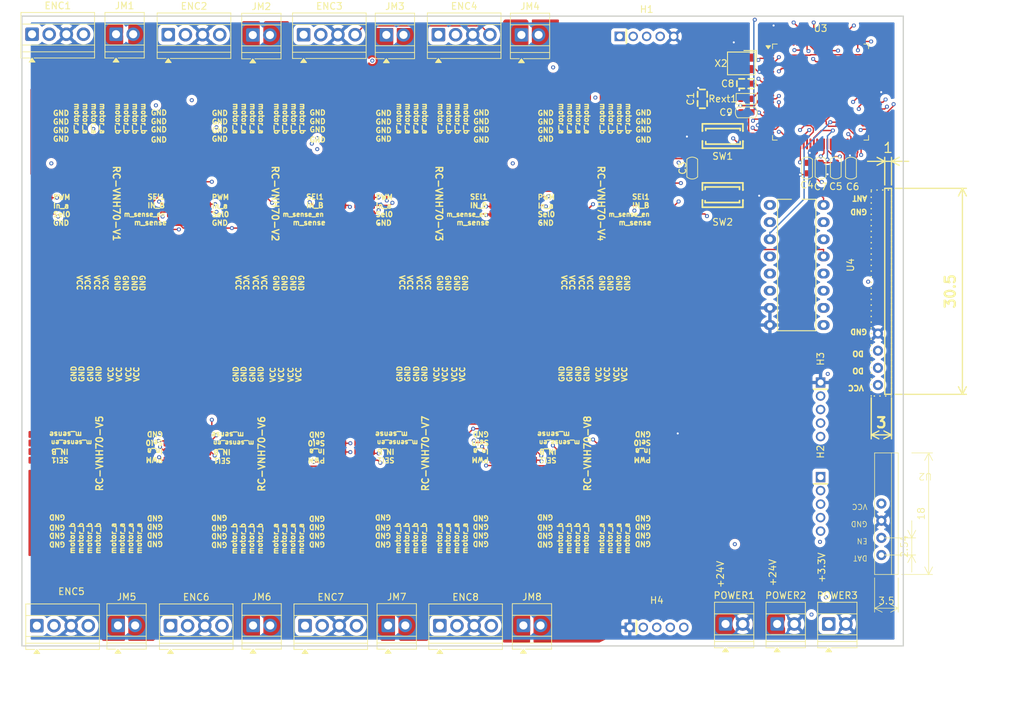
<source format=kicad_pcb>
(kicad_pcb (version 20241229) (generator "pcbnew") (generator_version "9.0")
  (layers (0 "F.Cu" signal) (4 "In1.Cu" signal) (6 "In2.Cu" signal) (2 "B.Cu" signal) (13 "F.Paste" user) (15 "B.Paste" user) (5 "F.SilkS" user "F.Silkscreen") (7 "B.SilkS" user "B.Silkscreen") (1 "F.Mask" user) (3 "B.Mask" user) (25 "Edge.Cuts" user))
  (net 0 "")
  (net 1 "GND")
  (net 2 "Net-(C1-Pad1)")
  (net 3 "/BOOT0")
  (net 4 "+3.3V")
  (net 5 "/VREF+")
  (net 6 "/VDD")
  (net 7 "/OSC_IN")
  (net 8 "/NRST")
  (net 9 "/OSC_OUT")
  (net 10 "/RF_DIN_0")
  (net 11 "/RF_DIN_1")
  (net 12 "/RF_EN")
  (net 13 "/RF_DOUT_0")
  (net 14 "/TIM20_CH3")
  (net 15 "/USART3_CK")
  (net 16 "/PC11")
  (net 17 "/CS{slash}SS_1")
  (net 18 "/USART3_TX")
  (net 19 "/TIM1_CH2")
  (net 20 "/PA7")
  (net 21 "/MOTOR8_ENCA")
  (net 22 "/MOTOR1_ENCB")
  (net 23 "/MOTOR7_INA")
  (net 24 "/SWCLK-JTCK")
  (net 25 "/MOTOR3_ENCA")
  (net 26 "/VBAT")
  (net 27 "/SPI1_MOSI")
  (net 28 "/MOTOR8_INB")
  (net 29 "/MOTOR5_ENCA")
  (net 30 "/TIM20_CH1")
  (net 31 "/MOTOR2_INA")
  (net 32 "/USART3_RX")
  (net 33 "/TIM8_CH3")
  (net 34 "/PC10")
  (net 35 "/MOTOR4_INA")
  (net 36 "/MOTOR4_ENCA")
  (net 37 "/MOTOR4_ENCB")
  (net 38 "/B1")
  (net 39 "/PC14")
  (net 40 "/MOTOR3_INB")
  (net 41 "/PC13")
  (net 42 "/TIM1_CH1")
  (net 43 "/MOTOR2_ENCA")
  (net 44 "/MOTOR5_INB")
  (net 45 "/PA12")
  (net 46 "/TIM1_CH3")
  (net 47 "/MOTOR2_INB")
  (net 48 "/MOTOR5_INA")
  (net 49 "/PA8")
  (net 50 "/TIM20_CH2")
  (net 51 "/MOTOR5_ENCB")
  (net 52 "/MOTOR1_INB")
  (net 53 "/MOTOR7_ENCA")
  (net 55 "/SPI1_MISO")
  (net 56 "/PA5")
  (net 57 "/PF10")
  (net 58 "/PB8")
  (net 59 "/MOTOR4_INB")
  (net 60 "/SWDIO-JTMS")
  (net 61 "/TIM8_CH1")
  (net 62 "/MOTOR3_INA")
  (net 63 "/PE15")
  (net 64 "/MOTOR6_ENCB")
  (net 65 "/MOTOR1_INA")
  (net 66 "/MOTOR6_INA")
  (net 67 "/PB15")
  (net 68 "/PB9")
  (net 69 "/MOTOR7_INB")
  (net 70 "/MOTOR1_ENCA")
  (net 71 "/TIM8_CH4")
  (net 72 "/MOTOR2_ENCB")
  (net 73 "/MOTOR6_INB")
  (net 74 "/MOTOR6_ENCA")
  (net 75 "/MOTOR7_ENCB")
  (net 76 "/MOTOR8_INA")
  (net 77 "/PE0")
  (net 78 "/TIM20_CH4")
  (net 79 "/MUX_S0")
  (net 80 "/A1")
  (net 81 "/MOTOR3_ENCB")
  (net 82 "/PC15")
  (net 83 "/MOTOR8_ENCB")
  (net 84 "/TIM8_CH2")
  (net 85 "/SPI1_SCK")
  (net 86 "/PE7")
  (net 87 "/~{Mux_EN}")
  (net 88 "/CS{slash}SS_0")
  (net 89 "/TIM1_CH4")
  (net 90 "/A2")
  (net 91 "/PE6")
  (net 92 "/MUX_S2")
  (net 93 "/MultiSense")
  (net 94 "/MUX_S1")
  (net 95 "/SenseM5")
  (net 96 "/SenseM8")
  (net 97 "/SenseM2")
  (net 98 "/SenseM7")
  (net 99 "/SenseM1")
  (net 100 "/SenseM3")
  (net 101 "/SenseM4")
  (net 102 "/SenseM6")
  (net 103 "/B2")
  (net 104 "/A3")
  (net 105 "/B3")
  (net 106 "/A4")
  (net 107 "/B4")
  (net 108 "/A5")
  (net 109 "/B5")
  (net 110 "/A6")
  (net 111 "/B6")
  (net 112 "/A7")
  (net 113 "/B7")
  (net 114 "/A8")
  (net 115 "/B8")
  (net 116 "+24V")
  (net 117 "/G_SEL_1")
  (net 118 "/G_EN")
  (net 119 "/G_SEL_0")
  (footprint "TerminalBlock:TerminalBlock_Xinya_XY308-2.54-4P_1x04_P2.54mm_Horizontal" (layer "F.Cu") (at 128.67 139)
    (property "Reference" "ENC7")
    (property "Value" "Screw_Terminal_01x04")
  )
  (footprint "PCM_rf_433MHz_receiver_print:rf_433mhz_receiver" (layer "F.Cu") (at 234 82.25 180)
    (property "Reference" "U1" (hide yes))
    (property "Value" "~" (hide yes))
  )
  (footprint "PCM_Capacitor_SMD_AKL:C_0603_1608Metric" (layer "F.Cu") (at 205 71.25 -90)
    (property "Reference" "C7")
    (property "Value" "1uF" (hide yes))
  )
  (footprint "PCM_Motor_Driver:RC-VNH70-V1" (layer "F.Cu") (at 137 59.5 -90)
    (property "Reference" "RC-VNH70-V3")
    (property "Value" "~")
  )
  (footprint "TerminalBlock:TerminalBlock_Xinya_XY308-2.54-2P_1x02_P2.54mm_Horizontal" (layer "F.Cu") (at 206.21 138.75)
    (property "Reference" "POWER3")
    (property "Value" "Screw_Terminal_01x02")
  )
  (footprint "TerminalBlock:TerminalBlock_Xinya_XY308-2.54-2P_1x02_P2.54mm_Horizontal" (layer "F.Cu") (at 160.71 51.5325)
    (property "Reference" "JM4")
    (property "Value" "Screw_Terminal_01x02")
  )
  (footprint "TerminalBlock:TerminalBlock_Xinya_XY308-2.54-2P_1x02_P2.54mm_Horizontal" (layer "F.Cu") (at 100.975 138.9675)
    (property "Reference" "JM5")
    (property "Value" "Screw_Terminal_01x02")
  )
  (footprint "PCM_Resistor_SMD_AKL:R_0603_1608Metric" (layer "F.Cu") (at 194 61)
    (property "Reference" "Rext1")
    (property "Value" "R_0603" (hide yes))
  )
  (footprint "PCM_Capacitor_SMD_AKL:C_0603_1608Metric" (layer "F.Cu") (at 207.25 71.225 -90)
    (property "Reference" "C5")
    (property "Value" "100nF" (hide yes))
  )
  (footprint "PCM_Motor_Driver:RC-VNH70-V1" (layer "F.Cu") (at 133.75 130.562 90)
    (property "Reference" "RC-VNH70-V6")
    (property "Value" "~")
  )
  (footprint "TerminalBlock:TerminalBlock_Xinya_XY308-2.54-2P_1x02_P2.54mm_Horizontal" (layer "F.Cu") (at 120.935 51.55)
    (property "Reference" "JM2")
    (property "Value" "Screw_Terminal_01x02")
  )
  (footprint "PCM_Motor_Driver:RC-VNH70-V1" (layer "F.Cu") (at 158 130.5 90)
    (property "Reference" "RC-VNH70-V7")
    (property "Value" "~")
  )
  (footprint "TerminalBlock:TerminalBlock_Xinya_XY308-2.54-4P_1x04_P2.54mm_Horizontal" (layer "F.Cu") (at 88.96 139)
    (property "Reference" "ENC5")
    (property "Value" "Screw_Terminal_01x04")
  )
  (footprint "TerminalBlock:TerminalBlock_Xinya_XY308-2.54-4P_1x04_P2.54mm_Horizontal" (layer "F.Cu") (at 148.63 139)
    (property "Reference" "ENC8")
    (property "Value" "Screw_Terminal_01x04")
  )
  (footprint "PCM_Motor_Driver:RC-VNH70-V1" (layer "F.Cu") (at 161 59.5 -90)
    (property "Reference" "RC-VNH70-V4")
    (property "Value" "~")
  )
  (footprint "TerminalBlock:TerminalBlock_Xinya_XY308-2.54-2P_1x02_P2.54mm_Horizontal" (layer "F.Cu") (at 120.975 138.9675)
    (property "Reference" "JM6")
    (property "Value" "Screw_Terminal_01x02")
  )
  (footprint "EasyEDA:HDR-TH_5P-P2.00-V-M" (layer "F.Cu") (at 179.25 51.75)
    (property "Reference" "H1")
    (property "Value" "SWD")
  )
  (footprint "TerminalBlock:TerminalBlock_Xinya_XY308-2.54-4P_1x04_P2.54mm_Horizontal" (layer "F.Cu") (at 128.46 51.5)
    (property "Reference" "ENC3")
    (property "Value" "Screw_Terminal_01x04")
  )
  (footprint "PCM_Capacitor_SMD_AKL:C_0603_1608Metric" (layer "F.Cu") (at 194 63 180)
    (property "Reference" "C9")
    (property "Value" "0.1uF" (hide yes))
  )
  (footprint "TerminalBlock:TerminalBlock_Xinya_XY308-2.54-2P_1x02_P2.54mm_Horizontal" (layer "F.Cu") (at 190.93 138.75)
    (property "Reference" "POWER1")
    (property "Value" "Screw_Terminal_01x02")
  )
  (footprint "PCM_Capacitor_SMD_AKL:C_0603_1608Metric" (layer "F.Cu") (at 203 71.25 -90)
    (property "Reference" "C4")
    (property "Value" "10nF" (hide yes))
  )
  (footprint "EasyEDA:CRYSTAL-SMD_4P-L3.2-W2.5-BL" (layer "F.Cu") (at 193.25 55.75 180)
    (property "Reference" "X2")
    (property "Value" "X32258MOB4SI")
  )
  (footprint "TerminalBlock:TerminalBlock_Xinya_XY308-2.54-4P_1x04_P2.54mm_Horizontal" (layer "F.Cu") (at 108.75 139)
    (property "Reference" "ENC6")
    (property "Value" "Screw_Terminal_01x04")
  )
  (footprint "PCM_rf_433MHz_receiver_print:RF_433MHz_transmisor" (layer "F.Cu") (at 224.75 112.92 180)
    (property "Reference" "U2")
    (property "Value" "~")
  )
  (footprint "TerminalBlock:TerminalBlock_Xinya_XY308-2.54-4P_1x04_P2.54mm_Horizontal" (layer "F.Cu") (at 148.42 51.5)
    (property "Reference" "ENC4")
    (property "Value" "Screw_Terminal_01x04")
  )
  (footprint "PCM_Motor_Driver:RC-VNH70-V1" (layer "F.Cu") (at 109.75 130.5 90)
    (property "Reference" "RC-VNH70-V5")
    (property "Value" "~")
  )
  (footprint "PCM_Capacitor_SMD_AKL:C_0603_1608Metric" (layer "F.Cu") (at 209.5 71.25 -90)
    (property "Reference" "C6")
    (property "Value" "C_0603" (hide yes))
  )
  (footprint "PCM_Motor_Driver:RC-VNH70-V1" (layer "F.Cu") (at 112.75 59.5 -90)
    (property "Reference" "RC-VNH70-V2")
    (property "Value" "~")
  )
  (footprint "EasyEDA:C0603" (layer "F.Cu") (at 194 58.75 180)
    (property "Reference" "C8")
    (property "Value" "12pF")
  )
  (footprint "TerminalBlock:TerminalBlock_Xinya_XY308-2.54-2P_1x02_P2.54mm_Horizontal" (layer "F.Cu") (at 198.57 138.75)
    (property "Reference" "POWER2")
    (property "Value" "Screw_Terminal_01x02")
  )
  (footprint "TerminalBlock:TerminalBlock_Xinya_XY308-2.54-4P_1x04_P2.54mm_Horizontal" (layer "F.Cu") (at 88.25 51.4325)
    (property "Reference" "ENC1")
    (property "Value" "Screw_Terminal_01x04")
  )
  (footprint "PCM_Motor_Driver:RC-VNH70-V1" (layer "F.Cu") (at 89.25 59.5 -90)
    (property "Reference" "RC-VNH70-V1")
    (property "Value" "~")
  )
  (footprint "EasyEDA:PDIP-16_L19.3-W6.4-P2.54-LS7.94-BL" (layer "F.Cu") (at 201.47 85.6 -90)
    (property "Reference" "U4")
    (property "Value" "74HC4051")
  )
  (footprint "TerminalBlock:TerminalBlock_Xinya_XY308-2.54-2P_1x02_P2.54mm_Horizontal" (layer "F.Cu") (at 100.685 51.4325)
    (property "Reference" "JM1")
    (property "Value" "Screw_Terminal_01x02")
  )
  (footprint "EasyEDA:SW-SMD_HX-3X6X2.5-X" (layer "F.Cu") (at 190.5 66.5)
    (property "Reference" "SW1")
    (property "Value" "HX-3X6X2.5-X SMD TACT SWITCH")
  )
  (footprint "EasyEDA:SW-SMD_HX-3X6X2.5-X" (layer "F.Cu") (at 190.5 75.25 180)
    (property "Reference" "SW2")
    (property "Value" "HX-3X6X2.5-X SMD TACT SWITCH")
  )
  (footprint "EasyEDA:C0603" (layer "F.Cu") (at 187.5 61 90)
    (property "Reference" "C1")
    (property "Value" "12pF")
  )
  (footprint "TerminalBlock:TerminalBlock_Xinya_XY308-2.54-2P_1x02_P2.54mm_Horizontal" (layer "F.Cu") (at 140.71 51.5325)
    (property "Reference" "JM3")
    (property "Value" "Screw_Terminal_01x02")
  )
  (footprint "TerminalBlock:TerminalBlock_Xinya_XY308-2.54-2P_1x02_P2.54mm_Horizontal" (layer "F.Cu") (at 161 138.9675)
    (property "Reference" "JM8")
    (property "Value" "Screw_Terminal_01x02")
  )
  (footprint "EasyEDA:HDR-TH_5P-P2.00-V-M" (layer "F.Cu") (at 205 107 -90)
    (property "Reference" "H3")
    (property "Value" "SPI")
  )
  (footprint "EasyEDA:HDR-TH_5P-P2.00-V-M" (layer "F.Cu") (at 205 121 -90)
    (property "Reference" "H2")
    (property "Value" "SPI")
  )
  (footprint "PCM_Motor_Driver:RC-VNH70-V1" (layer "F.Cu") (at 182 130.5 90)
    (property "Reference" "RC-VNH70-V8")
    (property "Value" "~")
  )
  (footprint "TerminalBlock:TerminalBlock_Xinya_XY308-2.54-2P_1x02_P2.54mm_Horizontal" (layer "F.Cu") (at 140.975 138.9675)
    (property "Reference" "JM7")
    (property "Value" "Screw_Terminal_01x02")
  )
  (footprint "TerminalBlock:TerminalBlock_Xinya_XY308-2.54-4P_1x04_P2.54mm_Horizontal" (layer "F.Cu") (at 108.42 51.5)
    (property "Reference" "ENC2")
    (property "Value" "Screw_Terminal_01x04")
  )
  (footprint "Package_QFP:LQFP-100_14x14mm_P0.5mm" (layer "F.Cu") (at 205 60)
    (property "Reference" "U3")
    (property "Value" "STM32G474VETx")
  )
  (footprint "EasyEDA:HDR-TH_5P-P2.00-V-M" (layer "F.Cu") (at 180.75 139.25)
    (property "Reference" "H4")
    (property "Value" "USART1")
  )
  (footprint "PCM_Capacitor_SMD_AKL:C_0603_1608Metric" (layer "F.Cu") (at 186 71.25 90)
    (property "Reference" "C3")
    (property "Value" "0.1uF" (hide yes))
  )
  (gr_rect (start 86.75 48.75) (end 217.25 142) (stroke (width 0.2)) (fill no) (layer "Edge.Cuts"))
  (gr_text "+24V" (at 198.5 133.25 90) (layer "F.SilkS") (effects (font (size 1 1)) (justify left bottom)))
  (gr_text "+3.3V" (at 205.75 132.75 90) (layer "F.SilkS") (effects (font (size 1 1)) (justify left bottom)))
  (gr_text "+24V" (at 190.75 133.5 90) (layer "F.SilkS") (effects (font (size 1 1)) (justify left bottom)))
  (segment (start 154.3128 111.0377) (end 155.4655 111.0377) (width 0.2) (layer "F.Cu") (net 1))
  (segment (start 195.908 75.3416) (end 195.8164 75.25) (width 0.2) (layer "F.Cu") (net 1))
  (segment (start 161.5006 79.3114) (end 161.5 79.312) (width 0.2) (layer "F.Cu") (net 1))
  (segment (start 195.908 75.3416) (end 195.8164 75.25) (width 0.2) (layer "F.Cu") (net 1))
  (segment (start 209.3464 69.3804) (end 210 68.7268) (width 0.2) (layer "F.Cu") (net 1))
  (segment (start 183.8506 110.5413) (end 181.6467 110.5413) (width 0.2) (layer "F.Cu") (net 1))
  (segment (start 207.275 72.025) (end 209.5 72.025) (width 0.2) (layer "F.Cu") (net 1))
  (segment (start 194.38 75.25) (end 195.5567 75.25) (width 0.2) (layer "F.Cu") (net 1))
  (segment (start 207.0731 72.1769) (end 207.25 72) (width 0.2) (layer "F.Cu") (net 1))
  (segment (start 157.1503 111.0377) (end 157.5 110.688) (width 0.2) (layer "F.Cu") (net 1))
  (segment (start 181.6467 110.5413) (end 181.5 110.688) (width 0.2) (layer "F.Cu") (net 1))
  (segment (start 195.7121 64.9071) (end 195.805 65) (width 0.2) (layer "F.Cu") (net 1))
  (segment (start 203.4027 68.9954) (end 203.5 68.9954) (width 0.2) (layer "F.Cu") (net 1))
  (segment (start 199.5 51.4291) (end 199.5 52.325) (width 0.2) (layer "F.Cu") (net 1))
  (segment (start 139.5718 79.4568) (end 137.6448 79.4568) (width 0.2) (layer "F.Cu") (net 1))
  (segment (start 207.25 72) (end 207.275 72.025) (width 0.2) (layer "F.Cu") (net 1))
  (segment (start 183.5407 110.5413) (end 183.8506 110.5413) (width 0.2) (layer "F.Cu") (net 1))
  (segment (start 198.0438 50.1407) (end 198.2116 50.1407) (width 0.2) (layer "F.Cu") (net 1))
  (segment (start 186.62 66.5) (end 185.4433 66.5) (width 0.2) (layer "F.Cu") (net 1))
  (segment (start 201.9586 72.2133) (end 202.8117 72.2133) (width 0.2) (layer "F.Cu") (net 1))
  (segment (start 202.8117 72.2133) (end 203 72.025) (width 0.2) (layer "F.Cu") (net 1))
  (segment (start 195.8164 75.25) (end 195.5567 75.25) (width 0.2) (layer "F.Cu") (net 1))
  (segment (start 130.638 110.75) (end 133.25 110.75) (width 0.2) (layer "F.Cu") (net 1))
  (segment (start 203.5 68.9954) (end 203.4027 68.9954) (width 0.2) (layer "F.Cu") (net 1))
  (segment (start 205.1519 72.1769) (end 206.0353 72.1769) (width 0.2) (layer "F.Cu") (net 1))
  (segment (start 198.2116 50.1407) (end 199.5 51.4291) (width 0.2) (layer "F.Cu") (net 1))
  (segment (start 183.8506 110.5413) (end 183.5407 110.5413) (width 0.2) (layer "F.Cu") (net 1))
  (segment (start 182.6539 69.8431) (end 182.6125 69.8845) (width 0.2) (layer "F.Cu") (net 1))
  (segment (start 187.5 60.3) (end 187.5 59.5983) (width 0.2) (layer "F.Cu") (net 1))
  (segment (start 195.8164 75.25) (end 195.908 75.3416) (width 0.2) (layer "F.Cu") (net 1))
  (segment (start 116.1518 79.3114) (end 113.2506 79.3114) (width 0.2) (layer "F.Cu") (net 1))
  (segment (start 198.0438 50.1407) (end 198.2116 50.1407) (width 0.2) (layer "F.Cu") (net 1))
  (segment (start 191.7918 63) (end 191.4474 63.3444) (width 0.2) (layer "F.Cu") (net 1))
  (segment (start 203.4027 68.9954) (end 203.5 68.8981) (width 0.2) (layer "F.Cu") (net 1))
  (segment (start 192.15 52.6371) (end 192.15 54.9) (width 0.2) (layer "F.Cu") (net 1))
  (segment (start 154.3128 111.0377) (end 157.1503 111.0377) (width 0.2) (layer "F.Cu") (net 1))
  (segment (start 187.106 59.5983) (end 186.8982 59.3905) (width 0.2) (layer "F.Cu") (net 1))
  (segment (start 89.7506 79.3114) (end 89.75 79.312) (width 0.2) (layer "F.Cu") (net 1))
  (segment (start 194.35 56.6) (end 195.3517 56.6) (width 0.2) (layer "F.Cu") (net 1))
  (segment (start 193.3 58.75) (end 193.3 59.5017) (width 0.2) (layer "F.Cu") (net 1))
  (segment (start 198.2116 50.1407) (end 198.0438 50.1407) (width 0.2) (layer "F.Cu") (net 1))
  (segment (start 185.2108 66.5832) (end 185.3601 66.5832) (width 0.2) (layer "F.Cu") (net 1))
  (segment (start 195.7552 57.0035) (end 195.3517 56.6) (width 0.2) (layer "F.Cu") (net 1))
  (segment (start 155.4655 111.0377) (end 154.3128 111.0377) (width 0.2) (layer "F.Cu") (net 1))
  (segment (start 193.0883 59.7134) (end 193.3 59.5017) (width 0.2) (layer "F.Cu") (net 1))
  (segment (start 195.9535 57.0035) (end 195.7552 57.0035) (width 0.2) (layer "F.Cu") (net 1))
  (segment (start 195.805 65) (end 197.325 65) (width 0.2) (layer "F.Cu") (net 1))
  (segment (start 206.0353 72.1769) (end 207.0731 72.1769) (width 0.2) (layer "F.Cu") (net 1))
  (segment (start 210 68.7268) (end 210 67.675) (width 0.2) (layer "F.Cu") (net 1))
  (segment (start 109.2197 110.6577) (end 107.1908 110.6577) (width 0.2) (layer "F.Cu") (net 1))
  (segment (start 187.5 59.5983) (end 187.106 59.5983) (width 0.2) (layer "F.Cu") (net 1))
  (segment (start 185.3681 69.8431) (end 182.6539 69.8431) (width 0.2) (layer "F.Cu") (net 1))
  (segment (start 109.25 110.688) (end 109.2197 110.6577) (width 0.2) (layer "F.Cu") (net 1))
  (segment (start 203.5 68.8981) (end 203.5 67.675) (width 0.2) (layer "F.Cu") (net 1))
  (segment (start 113.2506 79.3114) (end 113.25 79.312) (width 0.2) (layer "F.Cu") (net 1))
  (segment (start 185.3601 66.5832) (end 185.4433 66.5) (width 0.2) (layer "F.Cu") (net 1))
  (segment (start 163.5553 79.3114) (end 161.5006 79.3114) (width 0.2) (layer "F.Cu") (net 1))
  (segment (start 137.6448 79.4568) (end 137.5 79.312) (width 0.2) (layer "F.Cu") (net 1))
  (segment (start 91.9328 79.3114) (end 89.7506 79.3114) (width 0.2) (layer "F.Cu") (net 1))
  (segment (start 129.94 111.448) (end 130.638 110.75) (width 0.2) (layer "F.Cu") (net 1))
  (segment (start 193.225 63) (end 191.7918 63) (width 0.2) (layer "F.Cu") (net 1))
  (segment (start 192.9684 59.7134) (end 193.0883 59.7134) (width 0.2) (layer "F.Cu") (net 1))
  (segment (start 205 72.025) (end 205.1519 72.1769) (width 0.2) (layer "F.Cu") (net 1))
  (segment (start 186 70.475) (end 185.3681 69.8431) (width 0.2) (layer "F.Cu") (net 1))
  (segment (start 213.9775 60) (end 212.675 60) (width 0.2) (layer "F.Cu") (net 1))
  (via (at 192.9684 59.7134) (size 0.6) (drill 0.3) (layers "F.Cu" "B.Cu") (net 1))
  (via (at 209.3464 69.3804) (size 0.6) (drill 0.3) (layers "F.Cu" "B.Cu") (net 1))
  (via (at 206.0353 72.1769) (size 0.6) (drill 0.3) (layers "F.Cu" "B.Cu") (net 1))
  (via (at 185.2108 66.5832) (size 0.6) (drill 0.3) (layers "F.Cu" "B.Cu") (net 1))
  (via (at 139.5718 79.4568) (size 0.6) (drill 0.3) (layers "F.Cu" "B.Cu") (net 1))
  (via (at 191.4474 63.3444) (size 0.6) (drill 0.3) (layers "F.Cu" "B.Cu") (net 1))
  (via (at 213.9775 60) (size 0.6) (drill 0.3) (layers "F.Cu" "B.Cu") (net 1))
  (via (at 154.3128 111.0377) (size 0.6) (drill 0.3) (layers "F.Cu" "B.Cu") (net 1))
  (via (at 183.8506 110.5413) (size 0.6) (drill 0.3) (layers "F.Cu" "B.Cu") (net 1))
  (via (at 198.0438 50.1407) (size 0.6) (drill 0.3) (layers "F.Cu" "B.Cu") (net 1))
  (via (at 203.4027 68.9954) (size 0.6) (drill 0.3) (layers "F.Cu" "B.Cu") (net 1))
  (via (at 163.5553 79.3114) (size 0.6) (drill 0.3) (layers "F.Cu" "B.Cu") (net 1))
  (via (at 192.15 52.6371) (size 0.6) (drill 0.3) (layers "F.Cu" "B.Cu") (net 1))
  (via (at 116.1518 79.3114) (size 0.6) (drill 0.3) (layers "F.Cu" "B.Cu") (net 1))
  (via (at 107.1908 110.6577) (size 0.6) (drill 0.3) (layers "F.Cu" "B.Cu") (net 1))
  (via (at 129.94 111.448) (size 0.6) (drill 0.3) (layers "F.Cu" "B.Cu") (net 1))
  (via (at 91.9328 79.3114) (size 0.6) (drill 0.3) (layers "F.Cu" "B.Cu") (net 1))
  (via (at 201.9586 72.2133) (size 0.6) (drill 0.3) (layers "F.Cu" "B.Cu") (net 1))
  (via (at 195.7121 64.9071) (size 0.6) (drill 0.3) (layers "F.Cu" "B.Cu") (net 1))
  (via (at 195.908 75.3416) (size 0.6) (drill 0.3) (layers "F.Cu" "B.Cu") (net 1))
  (via (at 195.9535 57.0035) (size 0.6) (drill 0.3) (layers "F.Cu" "B.Cu") (net 1))
  (via (at 186.8982 59.3905) (size 0.6) (drill 0.3) (layers "F.Cu" "B.Cu") (net 1))
  (segment (start 192.15 59.9754) (end 193.1746 61) (width 0.2) (layer "F.Cu") (net 2))
  (segment (start 193.1746 61) (end 193.175 61) (width 0.2) (layer "F.Cu") (net 2))
  (segment (start 187.5 61.7) (end 190.4254 61.7) (width 0.2) (layer "F.Cu") (net 2))
  (segment (start 192.15 56.6) (end 192.15 59.9754) (width 0.2) (layer "F.Cu") (net 2))
  (segment (start 190.4254 61.7) (end 192.15 59.9754) (width 0.2) (layer "F.Cu") (net 2))
  (segment (start 186.62 75.25) (end 186.62 74.4483) (width 0.2) (layer "F.Cu") (net 3))
  (segment (start 186 73.8283) (end 186 72.025) (width 0.2) (layer "F.Cu") (net 3))
  (segment (start 186.62 74.4483) (end 186 73.8283) (width 0.2) (layer "F.Cu") (net 3))
  (segment (start 137.3827 50.1973) (end 154.7373 50.1973) (width 0.2) (layer "F.Cu") (net 4))
  (segment (start 203.7974 74.0457) (end 205.44 75.6883) (width 0.2) (layer "F.Cu") (net 4))
  (segment (start 154.7373 50.1973) (end 156.04 51.5) (width 0.2) (layer "F.Cu") (net 4))
  (segment (start 204.5 68.975) (end 204.5 67.675) (width 0.2) (layer "F.Cu") (net 4))
  (segment (start 203 70.475) (end 203.7974 71.2724) (width 0.2) (layer "F.Cu") (net 4))
  (segment (start 205.44 76.71) (end 205.44 75.6883) (width 0.2) (layer "F.Cu") (net 4))
  (segment (start 203.7974 71.2724) (end 203.7974 74.0457) (width 0.2) (layer "F.Cu") (net 4))
  (segment (start 136.08 51.5) (end 137.3827 50.1973) (width 0.2) (layer "F.Cu") (net 4))
  (segment (start 203 70.475) (end 204.5 68.975) (width 0.2) (layer "F.Cu") (net 4))
  (via (at 177.4354 77.5466) (size 0.6) (drill 0.3) (layers "F.Cu" "B.Cu") (net 4))
  (via (at 206.0651 101.7272) (size 0.6) (drill 0.3) (layers "F.Cu" "B.Cu") (net 4))
  (segment (start 206.8183 65.6633) (end 206.8441 65.6633) (width 0.2) (layer "F.Cu") (net 5))
  (segment (start 206.0151 69.9935) (end 206.0151 70.45) (width 0.2) (layer "F.Cu") (net 5))
  (segment (start 206.0151 70.45) (end 207.25 70.45) (width 0.2) (layer "F.Cu") (net 5))
  (segment (start 204 67.675) (end 204 66.7801) (width 0.2) (layer "F.Cu") (net 5))
  (segment (start 205.0909 65.6892) (end 206.8182 65.6892) (width 0.2) (layer "F.Cu") (net 5))
  (segment (start 206.0151 70.45) (end 205.9901 70.475) (width 0.2) (layer "F.Cu") (net 5))
  (segment (start 206.8182 65.6633) (end 206.8183 65.6633) (width 0.2) (layer "F.Cu") (net 5))
  (segment (start 205.9901 70.475) (end 205 70.475) (width 0.2) (layer "F.Cu") (net 5))
  (segment (start 204 66.7801) (end 205.0909 65.6892) (width 0.2) (layer "F.Cu") (net 5))
  (segment (start 206.8182 65.6633) (end 206.8182 65.6892) (width 0.2) (layer "F.Cu") (net 5))
  (via (at 206.8182 65.6892) (size 0.6) (drill 0.3) (layers "F.Cu" "B.Cu") (net 5))
  (via (at 206.0151 69.9935) (size 0.6) (drill 0.3) (layers "F.Cu" "B.Cu") (net 5))
  (segment (start 206.0151 69.9935) (end 206.0151 66.4923) (width 0.2) (layer "B.Cu") (net 5))
  (segment (start 206.0151 66.4923) (end 206.8182 65.6892) (width 0.2) (layer "B.Cu") (net 5))
  (segment (start 205.7014 64.2586) (end 210.46 59.5) (width 0.2) (layer "F.Cu") (net 6))
  (segment (start 210.5 66.7694) (end 210.5 67.675) (width 0.2) (layer "F.Cu") (net 6))
  (segment (start 205.7014 64.2586) (end 205.7013 64.2586) (width 0.2) (layer "F.Cu") (net 6))
  (segment (start 210.4038 69.5712) (end 209.5 70.475) (width 0.2) (layer "F.Cu") (net 6))
  (segment (start 204.5147 64.2586) (end 204.2183 64.555) (width 0.2) (layer "F.Cu") (net 6))
  (segment (start 205.8398 64.7045) (end 206.1924 65.0571) (width 0.2) (layer "F.Cu") (net 6))
  (segment (start 204.2183 64.555) (end 199.3062 64.555) (width 0.2) (layer "F.Cu") (net 6))
  (segment (start 208.7877 65.0571) (end 210.5 66.7694) (width 0.2) (layer "F.Cu") (net 6))
  (segment (start 203.5326 54.4627) (end 211.3609 54.4627) (width 0.2) (layer "F.Cu") (net 6))
  (segment (start 199 52.325) (end 199 53.1703) (width 0.2) (layer "F.Cu") (net 6))
  (segment (start 199 53.1703) (end 200.3602 54.5305) (width 0.2) (layer "F.Cu") (net 6))
  (segment (start 211.8236 54) (end 212.675 54) (width 0.2) (layer "F.Cu") (net 6))
  (segment (start 206.1924 65.0571) (end 208.7877 65.0571) (width 0.2) (layer "F.Cu") (net 6))
  (segment (start 198.3612 65.5) (end 197.325 65.5) (width 0.2) (layer "F.Cu") (net 6))
  (segment (start 203.4648 54.5305) (end 203.5326 54.4627) (width 0.2) (layer "F.Cu") (net 6))
  (segment (start 212.675 59.5) (end 213.5175 59.5) (width 0.2) (layer "F.Cu") (net 6))
  (segment (start 210.4038 69.0541) (end 210.4038 69.5712) (width 0.2) (layer "F.Cu") (net 6))
  (segment (start 211.3609 54.4627) (end 211.8236 54) (width 0.2) (layer "F.Cu") (net 6))
  (segment (start 213.8007 54.268) (end 213.5327 54) (width 0.2) (layer "F.Cu") (net 6))
  (segment (start 210.5 67.675) (end 210.5 68.9579) (width 0.2) (layer "F.Cu") (net 6))
  (segment (start 213.5175 59.5) (end 213.8007 59.2168) (width 0.2) (layer "F.Cu") (net 6))
  (segment (start 213.8007 59.2168) (end 213.8007 54.268) (width 0.2) (layer "F.Cu") (net 6))
  (segment (start 210.46 59.5) (end 212.675 59.5) (width 0.2) (layer "F.Cu") (net 6))
  (segment (start 205.8398 64.3971) (end 205.8398 64.7045) (width 0.2) (layer "F.Cu") (net 6))
  (segment (start 205.7014 64.2586) (end 205.8398 64.3971) (width 0.2) (layer "F.Cu") (net 6))
  (segment (start 199.3062 64.555) (end 198.3612 65.5) (width 0.2) (layer "F.Cu") (net 6))
  (segment (start 210.5 68.9579) (end 210.4038 69.0541) (width 0.2) (layer "F.Cu") (net 6))
  (segment (start 213.5327 54) (end 212.675 54) (width 0.2) (layer "F.Cu") (net 6))
  (segment (start 205.7013 64.2586) (end 204.5147 64.2586) (width 0.2) (layer "F.Cu") (net 6))
  (segment (start 200.3602 54.5305) (end 203.4648 54.5305) (width 0.2) (layer "F.Cu") (net 6))
  (segment (start 195.0509 58.75) (end 194.7 58.75) (width 0.2) (layer "F.Cu") (net 7))
  (segment (start 194.35 54.9) (end 193.3483 54.9) (width 0.2) (layer "F.Cu") (net 7))
  (segment (start 195.0509 58.75) (end 195.4017 58.75) (width 0.2) (layer "F.Cu") (net 7))
  (segment (start 197.325 59.5) (end 196.1517 59.5) (width 0.2) (layer "F.Cu") (net 7))
  (segment (start 193.3483 57.3983) (end 193.3483 54.9) (width 0.2) (layer "F.Cu") (net 7))
  (segment (start 196.1517 59.5) (end 195.4017 58.75) (width 0.2) (layer "F.Cu") (net 7))
  (segment (start 194.7 58.75) (end 193.3483 57.3983) (width 0.2) (layer "F.Cu") (net 7))
  (segment (start 193.1183 61.9978) (end 195.1918 61.9978) (width 0.2) (layer "F.Cu") (net 8))
  (segment (start 197.325 60.5) (end 196.4919 60.5) (width 0.2) (layer "F.Cu") (net 8))
  (segment (start 195.1918 61.9978) (end 195.1918 62.5832) (width 0.2) (layer "F.Cu") (net 8))
  (segment (start 195.1918 62.5832) (end 194.775 63) (width 0.2) (layer "F.Cu") (net 8))
  (segment (start 194.38 66.5) (end 194.38 65.6983) (width 0.2) (layer "F.Cu") (net 8))
  (segment (start 194.3444 65.6627) (end 194.38 65.6983) (width 0.2) (layer "F.Cu") (net 8))
  (segment (start 195.6421 61.3498) (end 195.6421 61.5475) (width 0.2) (layer "F.Cu") (net 8))
  (segment (start 194.775 63) (end 194.3444 63.4306) (width 0.2) (layer "F.Cu") (net 8))
  (segment (start 194.3444 63.4306) (end 194.3444 65.6627) (width 0.2) (layer "F.Cu") (net 8))
  (segment (start 196.4919 60.5) (end 195.6421 61.3498) (width 0.2) (layer "F.Cu") (net 8))
  (segment (start 195.6421 61.5475) (end 195.1918 61.9978) (width 0.2) (layer "F.Cu") (net 8))
  (via (at 193.1183 61.9978) (size 0.6) (drill 0.3) (layers "F.Cu" "B.Cu") (net 8))
  (segment (start 195.825 60) (end 194.825 61) (width 0.2) (layer "F.Cu") (net 9))
  (segment (start 197.325 60) (end 195.825 60) (width 0.2) (layer "F.Cu") (net 9))
  (segment (start 212.675 63) (end 214.8413 63) (width 0.2) (layer "F.Cu") (net 10))
  (segment (start 214.8413 63) (end 215.8108 62.0305) (width 0.2) (layer "F.Cu") (net 10))
  (segment (start 215.8108 62.0305) (end 215.8108 61.789) (width 0.2) (layer "F.Cu") (net 10))
  (via (at 215.8108 61.789) (size 0.6) (drill 0.3) (layers "F.Cu" "B.Cu") (net 10))
  (segment (start 214.8271 62.1633) (end 214.4904 62.5) (width 0.2) (layer "F.Cu") (net 11))
  (segment (start 214.4904 62.5) (end 212.675 62.5) (width 0.2) (layer "F.Cu") (net 11))
  (via (at 214.8271 62.1633) (size 0.6) (drill 0.3) (layers "F.Cu" "B.Cu") (net 11))
  (via (at 183.9839 70.4448) (size 0.6) (drill 0.3) (layers "F.Cu" "B.Cu") (net 15))
  (segment (start 202 50.6869) (end 201.0143 49.7012) (width 0.2) (layer "F.Cu") (net 17))
  (segment (start 202 52.325) (end 202 50.6869) (width 0.2) (layer "F.Cu") (net 17))
  (via (at 201.0143 49.7012) (size 0.6) (drill 0.3) (layers "F.Cu" "B.Cu") (net 17))
  (segment (start 209.5 67.675) (end 209.5 66.6234) (width 0.2) (layer "F.Cu") (net 18))
  (segment (start 209.5 66.6234) (end 209.0997 66.2231) (width 0.2) (layer "F.Cu") (net 18))
  (via (at 203.6542 137.357) (size 0.6) (drill 0.3) (layers "F.Cu" "B.Cu") (net 18))
  (via (at 209.0997 66.2231) (size 0.6) (drill 0.3) (layers "F.Cu" "B.Cu") (net 18))
  (segment (start 205.5 67.675) (end 205.5 69.0484) (width 0.2) (layer "F.Cu") (net 21))
  (segment (start 205.5 69.0484) (end 205.0304 69.518) (width 0.2) (layer "F.Cu") (net 21))
  (via (at 159.4273 70.5502) (size 0.6) (drill 0.3) (layers "F.Cu" "B.Cu") (net 21))
  (via (at 205.0304 69.518) (size 0.6) (drill 0.3) (layers "F.Cu" "B.Cu") (net 21))
  (segment (start 195.2397 64) (end 194.9942 64.2455) (width 0.2) (layer "F.Cu") (net 22))
  (segment (start 197.325 64) (end 195.2397 64) (width 0.2) (layer "F.Cu") (net 22))
  (via (at 97.3204 65.4482) (size 0.6) (drill 0.3) (layers "F.Cu" "B.Cu") (net 22))
  (via (at 194.9942 64.2455) (size 0.6) (drill 0.3) (layers "F.Cu" "B.Cu") (net 22))
  (segment (start 210.5 53.7759) (end 210.5 52.325) (width 0.2) (layer "F.Cu") (net 24))
  (segment (start 210.5307 53.8066) (end 210.5 53.7759) (width 0.2) (layer "F.Cu") (net 24))
  (via (at 210.5307 53.8066) (size 0.6) (drill 0.3) (layers "F.Cu" "B.Cu") (net 24))
  (segment (start 200 66.7805) (end 200 67.675) (width 0.2) (layer "F.Cu") (net 25))
  (segment (start 199.1045 65.885) (end 200 66.7805) (width 0.2) (layer "F.Cu") (net 25))
  (segment (start 198.8274 65.885) (end 199.1045 65.885) (width 0.2) (layer "F.Cu") (net 25))
  (via (at 198.8274 65.885) (size 0.6) (drill 0.3) (layers "F.Cu" "B.Cu") (net 25))
  (via (at 129.6735 67.6298) (size 0.6) (drill 0.3) (layers "F.Cu" "B.Cu") (net 25))
  (segment (start 203 53.7132) (end 203 52.325) (width 0.2) (layer "F.Cu") (net 27))
  (segment (start 203.2156 53.9288) (end 203 53.7132) (width 0.2) (layer "F.Cu") (net 27))
  (via (at 203.2156 53.9288) (size 0.6) (drill 0.3) (layers "F.Cu" "B.Cu") (net 27))
  (via (at 91.1058 70.5502) (size 0.6) (drill 0.3) (layers "F.Cu" "B.Cu") (net 29))
  (segment (start 211.0055 69.3032) (end 211 69.2977) (width 0.2) (layer "F.Cu") (net 32))
  (segment (start 211 69.2977) (end 211 67.675) (width 0.2) (layer "F.Cu") (net 32))
  (via (at 211.0055 69.3032) (size 0.6) (drill 0.3) (layers "F.Cu" "B.Cu") (net 32))
  (via (at 205.79 134.799) (size 0.6) (drill 0.3) (layers "F.Cu" "B.Cu") (net 32))
  (segment (start 196.0299 55) (end 197.325 55) (width 0.2) (layer "F.Cu") (net 36))
  (segment (start 195.7874 55.2425) (end 196.0299 55) (width 0.2) (layer "F.Cu") (net 36))
  (via (at 195.7874 55.2425) (size 0.6) (drill 0.3) (layers "F.Cu" "B.Cu") (net 36))
  (segment (start 198.8272 54.9065) (end 198.2337 55.5) (width 0.2) (layer "F.Cu") (net 37))
  (segment (start 198.8272 54.8288) (end 198.8272 54.9065) (width 0.2) (layer "F.Cu") (net 37))
  (segment (start 198.2337 55.5) (end 197.325 55.5) (width 0.2) (layer "F.Cu") (net 37))
  (via (at 198.8272 54.8288) (size 0.6) (drill 0.3) (layers "F.Cu" "B.Cu") (net 37))
  (segment (start 157.5 115.2871) (end 157.5 114.5) (width 0.2) (layer "F.Cu") (net 42))
  (segment (start 157.5 115.2871) (end 155.4735 115.2871) (width 0.2) (layer "F.Cu") (net 42))
  (segment (start 113.25 75.5) (end 122.8919 75.5) (width 0.2) (layer "F.Cu") (net 42))
  (segment (start 107.498 114.5) (end 107.0661 114.0681) (width 0.2) (layer "F.Cu") (net 42))
  (segment (start 164.616 75.5) (end 164.705 75.411) (width 0.2) (layer "F.Cu") (net 42))
  (segment (start 198.8272 60.5707) (end 198.3979 61) (width 0.2) (layer "F.Cu") (net 42))
  (segment (start 129.94 114.7416) (end 133.0704 114.7416) (width 0.2) (layer "F.Cu") (net 42))
  (segment (start 161.5 75.5) (end 164.616 75.5) (width 0.2) (layer "F.Cu") (net 42))
  (segment (start 155.6318 115.2871) (end 155.4735 115.2871) (width 0.2) (layer "F.Cu") (net 42))
  (segment (start 180.6805 115.3195) (end 157.5324 115.3195) (width 0.2) (layer "F.Cu") (net 42))
  (segment (start 122.8919 75.5) (end 123.7829 76.391) (width 0.2) (layer "F.Cu") (net 42))
  (segment (start 137.5971 75.5971) (end 137.5 75.5) (width 0.2) (layer "F.Cu") (net 42))
  (segment (start 198.3979 61) (end 197.325 61) (width 0.2) (layer "F.Cu") (net 42))
  (segment (start 89.8919 75.6419) (end 89.75 75.5) (width 0.2) (layer "F.Cu") (net 42))
  (segment (start 109.25 114.5) (end 107.498 114.5) (width 0.2) (layer "F.Cu") (net 42))
  (segment (start 155.4735 115.2871) (end 155.6318 115.2871) (width 0.2) (layer "F.Cu") (net 42))
  (segment (start 91.9328 75.6419) (end 89.8919 75.6419) (width 0.2) (layer "F.Cu") (net 42))
  (segment (start 133.0704 114.7416) (end 133.25 114.562) (width 0.2) (layer "F.Cu") (net 42))
  (segment (start 181.5 114.5) (end 180.6805 115.3195) (width 0.2) (layer "F.Cu") (net 42))
  (segment (start 157.5324 115.3195) (end 157.5 115.2871) (width 0.2) (layer "F.Cu") (net 42))
  (segment (start 139.5718 75.5971) (end 137.5971 75.5971) (width 0.2) (layer "F.Cu") (net 42))
  (via (at 91.9328 75.6419) (size 0.6) (drill 0.3) (layers "F.Cu" "B.Cu") (net 42))
  (via (at 164.705 75.411) (size 0.6) (drill 0.3) (layers "F.Cu" "B.Cu") (net 42))
  (via (at 198.8272 60.5707) (size 0.6) (drill 0.3) (layers "F.Cu" "B.Cu") (net 42))
  (via (at 171.6555 60.8124) (size 0.6) (drill 0.3) (layers "F.Cu" "B.Cu") (net 42))
  (via (at 129.94 114.7416) (size 0.6) (drill 0.3) (layers "F.Cu" "B.Cu") (net 42))
  (via (at 123.7829 76.391) (size 0.6) (drill 0.3) (layers "F.Cu" "B.Cu") (net 42))
  (via (at 155.4735 115.2871) (size 0.6) (drill 0.3) (layers "F.Cu" "B.Cu") (net 42))
  (via (at 107.0661 114.0681) (size 0.6) (drill 0.3) (layers "F.Cu" "B.Cu") (net 42))
  (via (at 139.5718 75.5971) (size 0.6) (drill 0.3) (layers "F.Cu" "B.Cu") (net 42))
  (segment (start 198.8272 63.8623) (end 198.8272 61.4969) (width 0.2) (layer "F.Cu") (net 43))
  (segment (start 197.325 64.5) (end 198.1895 64.5) (width 0.2) (layer "F.Cu") (net 43))
  (segment (start 198.1895 64.5) (end 198.8272 63.8623) (width 0.2) (layer "F.Cu") (net 43))
  (via (at 198.8272 61.4969) (size 0.6) (drill 0.3) (layers "F.Cu" "B.Cu") (net 43))
  (segment (start 214.625 61.096) (end 214.221 61.5) (width 0.2) (layer "F.Cu") (net 51))
  (segment (start 214.221 61.5) (end 212.675 61.5) (width 0.2) (layer "F.Cu") (net 51))
  (via (at 106.5886 61.9643) (size 0.6) (drill 0.3) (layers "F.Cu" "B.Cu") (net 51))
  (via (at 214.625 61.096) (size 0.6) (drill 0.3) (layers "F.Cu" "B.Cu") (net 51))
  (segment (start 181.5 76.772) (end 176.9891 76.772) (width 0.2) (layer "F.Cu") (net 52))
  (segment (start 174.9009 74.6838) (end 159.8929 74.6838) (width 0.2) (layer "F.Cu") (net 52))
  (segment (start 159.8929 74.6838) (end 159.4096 75.1671) (width 0.2) (layer "F.Cu") (net 52))
  (segment (start 204.5436 71.2375) (end 204.1991 71.582) (width 0.2) (layer "F.Cu") (net 52))
  (segment (start 111.2912 114.8716) (end 111.2912 114.1363) (width 0.2) (layer "F.Cu") (net 52))
  (segment (start 206.7689 68.777) (end 208.0092 68.777) (width 0.2) (layer "F.Cu") (net 52))
  (segment (start 176.9891 76.772) (end 174.9009 74.6838) (width 0.2) (layer "F.Cu") (net 52))
  (segment (start 159.4096 76.0238) (end 158.6614 76.772) (width 0.2) (layer "F.Cu") (net 52))
  (segment (start 208.5259 70.3952) (end 207.6836 71.2375) (width 0.2) (layer "F.Cu") (net 52))
  (segment (start 208.0092 68.777) (end 208.5259 69.2937) (width 0.2) (layer "F.Cu") (net 52))
  (segment (start 155.4735 76.9309) (end 157.3411 76.9309) (width 0.2) (layer "F.Cu") (net 52))
  (segment (start 183.405 76.772) (end 181.5 76.772) (width 0.2) (layer "F.Cu") (net 52))
  (segment (start 111.2912 114.1363) (end 112.1375 113.29) (width 0.2) (layer "F.Cu") (net 52))
  (segment (start 107.6159 76.7599) (end 107.0667 76.2107) (width 0.2) (layer "F.Cu") (net 52))
  (segment (start 89.25 113.228) (end 95.9205 113.228) (width 0.2) (layer "F.Cu") (net 52))
  (segment (start 98.0328 115.3403) (end 110.8225 115.3403) (width 0.2) (layer "F.Cu") (net 52))
  (segment (start 110.8225 115.3403) (end 111.2912 114.8716) (width 0.2) (layer "F.Cu") (net 52))
  (segment (start 107.0667 76.2107) (end 107.6159 76.7599) (width 0.2) (layer "F.Cu") (net 52))
  (segment (start 207.6836 71.2375) (end 204.5436 71.2375) (width 0.2) (layer "F.Cu") (net 52))
  (segment (start 159.4096 75.1671) (end 159.4096 76.0238) (width 0.2) (layer "F.Cu") (net 52))
  (segment (start 137.7595 113.4875) (end 137.5 113.228) (width 0.2) (layer "F.Cu") (net 52))
  (segment (start 204.1991 72.561) (end 204.9376 73.2995) (width 0.2) (layer "F.Cu") (net 52))
  (segment (start 112.1375 113.29) (end 113.25 113.29) (width 0.2) (layer "F.Cu") (net 52))
  (segment (start 135.3105 76.9954) (end 135.0871 76.772) (width 0.2) (layer "F.Cu") (net 52))
  (segment (start 163.0237 113.228) (end 163.6378 113.8421) (width 0.2) (layer "F.Cu") (net 52))
  (segment (start 206.5 67.675) (end 206.5 68.5081) (width 0.2) (layer "F.Cu") (net 52))
  (segment (start 114.7633 113.29) (end 115.2893 113.816) (width 0.2) (layer "F.Cu") (net 52))
  (segment (start 204.9376 73.2995) (end 205.1705 73.2995) (width 0.2) (layer "F.Cu") (net 52))
  (segment (start 208.5259 69.2937) (end 208.5259 70.3952) (width 0.2) (layer "F.Cu") (net 52))
  (segment (start 157.3411 76.9309) (end 157.5 76.772) (width 0.2) (layer "F.Cu") (net 52))
  (segment (start 183.9839 76.1931) (end 183.405 76.772) (width 0.2) (layer "F.Cu") (net 52))
  (segment (start 133.25 76.772) (end 129.832 76.772) (width 0.2) (layer "F.Cu") (net 52))
  (segment (start 109.75 76.772) (end 109.7379 76.7599) (width 0.2) (layer "F.Cu") (net 52))
  (segment (start 206.5 68.5081) (end 206.7689 68.777) (width 0.2) (layer "F.Cu") (net 52))
  (segment (start 129.832 76.772) (end 129.3562 76.2962) (width 0.2) (layer "F.Cu") (net 52))
  (segment (start 204.1991 71.582) (end 204.1991 72.561) (width 0.2) (layer "F.Cu") (net 52))
  (segment (start 95.9205 113.228) (end 98.0328 115.3403) (width 0.2) (layer "F.Cu") (net 52))
  (segment (start 107.6159 76.7599) (end 107.0667 76.2107) (width 0.2) (layer "F.Cu") (net 52))
  (segment (start 113.25 113.29) (end 114.7633 113.29) (width 0.2) (layer "F.Cu") (net 52))
  (segment (start 109.7379 76.7599) (end 107.6159 76.7599) (width 0.2) (layer "F.Cu") (net 52))
  (segment (start 161.5 113.228) (end 163.0237 113.228) (width 0.2) (layer "F.Cu") (net 52))
  (segment (start 158.6614 76.772) (end 157.5 76.772) (width 0.2) (layer "F.Cu") (net 52))
  (segment (start 135.0871 76.772) (end 133.25 76.772) (width 0.2) (layer "F.Cu") (net 52))
  (segment (start 139.5718 113.4875) (end 137.7595 113.4875) (width 0.2) (layer "F.Cu") (net 52))
  (via (at 129.3562 76.2962) (size 0.6) (drill 0.3) (layers "F.Cu" "B.Cu") (net 52))
  (via (at 205.1705 73.2995) (size 0.6) (drill 0.3) (layers "F.Cu" "B.Cu") (net 52))
  (via (at 135.3105 76.9954) (size 0.6) (drill 0.3) (layers "F.Cu" "B.Cu") (net 52))
  (via (at 107.0667 76.2107) (size 0.6) (drill 0.3) (layers "F.Cu" "B.Cu") (net 52))
  (via (at 139.5718 113.4875) (size 0.6) (drill 0.3) (layers "F.Cu" "B.Cu") (net 52))
  (via (at 163.6378 113.8421) (size 0.6) (drill 0.3) (layers "F.Cu" "B.Cu") (net 52))
  (via (at 183.9839 76.1931) (size 0.6) (drill 0.3) (layers "F.Cu" "B.Cu") (net 52))
  (via (at 115.2893 113.816) (size 0.6) (drill 0.3) (layers "F.Cu" "B.Cu") (net 52))
  (via (at 155.4735 76.9309) (size 0.6) (drill 0.3) (layers "F.Cu" "B.Cu") (net 52))
  (segment (start 202.615 64.9567) (end 201.9586 65.6131) (width 0.2) (layer "F.Cu") (net 53))
  (segment (start 203 66.8243) (end 203.9294 65.8949) (width 0.2) (layer "F.Cu") (net 53))
  (segment (start 203.5385 64.9567) (end 202.615 64.9567) (width 0.2) (layer "F.Cu") (net 53))
  (segment (start 203 67.675) (end 203 66.8243) (width 0.2) (layer "F.Cu") (net 53))
  (segment (start 203.9294 65.3476) (end 203.5385 64.9567) (width 0.2) (layer "F.Cu") (net 53))
  (segment (start 203.9294 65.8949) (end 203.9294 65.3476) (width 0.2) (layer "F.Cu") (net 53))
  (via (at 201.9586 65.6131) (size 0.6) (drill 0.3) (layers "F.Cu" "B.Cu") (net 53))
  (via (at 130.4759 68.444) (size 0.6) (drill 0.3) (layers "F.Cu" "B.Cu") (net 53))
  (segment (start 204.1674 53.8609) (end 203.5 53.1935) (width 0.2) (layer "F.Cu") (net 55))
  (segment (start 207.5876 53.8609) (end 204.1674 53.8609) (width 0.2) (layer "F.Cu") (net 55))
  (segment (start 203.5 53.1935) (end 203.5 52.325) (width 0.2) (layer "F.Cu") (net 55))
  (via (at 207.5876 53.8609) (size 0.6) (drill 0.3) (layers "F.Cu" "B.Cu") (net 55))
  (segment (start 211.1828 52.5078) (end 211 52.325) (width 0.2) (layer "F.Cu") (net 60))
  (segment (start 212.4851 52.5078) (end 211.1828 52.5078) (width 0.2) (layer "F.Cu") (net 60))
  (via (at 212.4851 52.5078) (size 0.6) (drill 0.3) (layers "F.Cu" "B.Cu") (net 60))
  (segment (start 209.8129 61.4562) (end 210.7691 60.5) (width 0.2) (layer "F.Cu") (net 64))
  (segment (start 210.7691 60.5) (end 212.675 60.5) (width 0.2) (layer "F.Cu") (net 64))
  (via (at 204.9139 126.5893) (size 0.6) (drill 0.3) (layers "F.Cu" "B.Cu") (net 64))
  (via (at 209.8129 61.4562) (size 0.6) (drill 0.3) (layers "F.Cu" "B.Cu") (net 64))
  (segment (start 164.164 76.772) (end 161.5 76.772) (width 0.2) (layer "F.Cu") (net 65))
  (segment (start 114.8698 73.2761) (end 109.1505 73.2761) (width 0.2) (layer "F.Cu") (net 65))
  (segment (start 166.2786 113.228) (end 165.3683 112.3177) (width 0.2) (layer "F.Cu") (net 65))
  (segment (start 164.3275 76.9355) (end 164.164 76.772) (width 0.2) (layer "F.Cu") (net 65))
  (segment (start 109.1505 73.2761) (end 105.6546 76.772) (width 0.2) (layer "F.Cu") (net 65))
  (segment (start 206 68.5782) (end 206.9663 69.5445) (width 0.2) (layer "F.Cu") (net 65))
  (segment (start 109.25 113.228) (end 107.894 113.228) (width 0.2) (layer "F.Cu") (net 65))
  (segment (start 155.63 113.228) (end 157.5 113.228) (width 0.2) (layer "F.Cu") (net 65))
  (segment (start 135.3625 113.29) (end 135.375 113.3025) (width 0.2) (layer "F.Cu") (net 65))
  (segment (start 141.6043 76.3892) (end 141.2215 76.772) (width 0.2) (layer "F.Cu") (net 65))
  (segment (start 107.894 113.228) (end 107.2031 112.5371) (width 0.2) (layer "F.Cu") (net 65))
  (segment (start 105.6546 76.772) (end 89.75 76.772) (width 0.2) (layer "F.Cu") (net 65))
  (segment (start 113.4325 76.5895) (end 113.25 76.772) (width 0.2) (layer "F.Cu") (net 65))
  (segment (start 133.25 113.29) (end 135.3625 113.29) (width 0.2) (layer "F.Cu") (net 65))
  (segment (start 181.5 113.228) (end 166.2786 113.228) (width 0.2) (layer "F.Cu") (net 65))
  (segment (start 206 67.675) (end 206 68.5782) (width 0.2) (layer "F.Cu") (net 65))
  (segment (start 154.879 112.477) (end 155.63 113.228) (width 0.2) (layer "F.Cu") (net 65))
  (segment (start 115.3648 76.5895) (end 113.4325 76.5895) (width 0.2) (layer "F.Cu") (net 65))
  (segment (start 206.9663 69.5445) (end 207.8644 69.5445) (width 0.2) (layer "F.Cu") (net 65))
  (segment (start 141.2215 76.772) (end 137.5 76.772) (width 0.2) (layer "F.Cu") (net 65))
  (via (at 164.3275 76.9355) (size 0.6) (drill 0.3) (layers "F.Cu" "B.Cu") (net 65))
  (via (at 207.8644 69.5445) (size 0.6) (drill 0.3) (layers "F.Cu" "B.Cu") (net 65))
  (via (at 154.879 112.477) (size 0.6) (drill 0.3) (layers "F.Cu" "B.Cu") (net 65))
  (via (at 114.8698 73.2761) (size 0.6) (drill 0.3) (layers "F.Cu" "B.Cu") (net 65))
  (via (at 135.375 113.3025) (size 0.6) (drill 0.3) (layers "F.Cu" "B.Cu") (net 65))
  (via (at 141.6043 76.3892) (size 0.6) (drill 0.3) (layers "F.Cu" "B.Cu") (net 65))
  (via (at 107.2031 112.5371) (size 0.6) (drill 0.3) (layers "F.Cu" "B.Cu") (net 65))
  (via (at 115.3648 76.5895) (size 0.6) (drill 0.3) (layers "F.Cu" "B.Cu") (net 65))
  (via (at 165.3683 112.3177) (size 0.6) (drill 0.3) (layers "F.Cu" "B.Cu") (net 65))
  (segment (start 196.3443 63.5) (end 195.8753 63.031) (width 0.2) (layer "F.Cu") (net 70))
  (segment (start 197.325 63.5) (end 196.3443 63.5) (width 0.2) (layer "F.Cu") (net 70))
  (via (at 195.2597 49.2886) (size 0.6) (drill 0.3) (layers "F.Cu" "B.Cu") (net 70))
  (via (at 195.8753 63.031) (size 0.6) (drill 0.3) (layers "F.Cu" "B.Cu") (net 70))
  (segment (start 195.1215 49.4268) (end 195.2597 49.2886) (width 0.2) (layer "B.Cu") (net 70))
  (segment (start 195.8753 63.031) (end 195.1215 62.2772) (width 0.2) (layer "B.Cu") (net 70))
  (segment (start 195.1215 62.2772) (end 195.1215 49.4268) (width 0.2) (layer "B.Cu") (net 70))
  (segment (start 195.8406 65.6522) (end 195.3144 65.6522) (width 0.2) (layer "F.Cu") (net 72))
  (segment (start 197.325 66) (end 196.1884 66) (width 0.2) (layer "F.Cu") (net 72))
  (segment (start 196.1884 66) (end 195.8406 65.6522) (width 0.2) (layer "F.Cu") (net 72))
  (segment (start 195.3144 65.6522) (end 194.9461 65.2839) (width 0.2) (layer "F.Cu") (net 72))
  (via (at 194.9461 65.2839) (size 0.6) (drill 0.3) (layers "F.Cu" "B.Cu") (net 72))
  (via (at 115.5663 65.2077) (size 0.6) (drill 0.3) (layers "F.Cu" "B.Cu") (net 72))
  (segment (start 211.8254 61) (end 210.662 62.1634) (width 0.2) (layer "F.Cu") (net 74))
  (segment (start 210.662 62.1634) (end 210.662 62.5027) (width 0.2) (layer "F.Cu") (net 74))
  (segment (start 212.675 61) (end 211.8254 61) (width 0.2) (layer "F.Cu") (net 74))
  (via (at 111.8993 61.1973) (size 0.6) (drill 0.3) (layers "F.Cu" "B.Cu") (net 74))
  (via (at 210.662 62.5027) (size 0.6) (drill 0.3) (layers "F.Cu" "B.Cu") (net 74))
  (segment (start 208.5 52.325) (end 208.5 51.4742) (width 0.2) (layer "F.Cu") (net 75))
  (segment (start 209.8319 50.1423) (end 209.9258 50.1423) (width 0.2) (layer "F.Cu") (net 75))
  (segment (start 208.5 51.4742) (end 209.8319 50.1423) (width 0.2) (layer "F.Cu") (net 75))
  (via (at 209.9258 50.1423) (size 0.6) (drill 0.3) (layers "F.Cu" "B.Cu") (net 75))
  (via (at 138.6338 55.3464) (size 0.6) (drill 0.3) (layers "F.Cu" "B.Cu") (net 75))
  (segment (start 199 67.675) (end 192.8866 67.675) (width 0.2) (layer "F.Cu") (net 81))
  (segment (start 192.8866 67.675) (end 192.0613 66.8497) (width 0.2) (layer "F.Cu") (net 81))
  (via (at 192.0613 66.8497) (size 0.6) (drill 0.3) (layers "F.Cu" "B.Cu") (net 81))
  (via (at 130.4759 66.8156) (size 0.6) (drill 0.3) (layers "F.Cu" "B.Cu") (net 81))
  (segment (start 196.2832 58.5) (end 197.325 58.5) (width 0.2) (layer "F.Cu") (net 83))
  (segment (start 195.8124 58.0292) (end 196.2832 58.5) (width 0.2) (layer "F.Cu") (net 83))
  (via (at 192.3033 126.9352) (size 0.6) (drill 0.3) (layers "F.Cu" "B.Cu") (net 83))
  (via (at 195.8124 58.0292) (size 0.6) (drill 0.3) (layers "F.Cu" "B.Cu") (net 83))
  (segment (start 203.9848 49.7012) (end 204 49.7164) (width 0.2) (layer "F.Cu") (net 85))
  (segment (start 204 49.7164) (end 204 52.325) (width 0.2) (layer "F.Cu") (net 85))
  (via (at 203.9848 49.7012) (size 0.6) (drill 0.3) (layers "F.Cu" "B.Cu") (net 85))
  (segment (start 211.0508 65.5) (end 210.9393 65.6115) (width 0.2) (layer "F.Cu") (net 87))
  (segment (start 212.675 65.5) (end 211.0508 65.5) (width 0.2) (layer "F.Cu") (net 87))
  (via (at 212.0475 88.0726) (size 0.6) (drill 0.3) (layers "F.Cu" "B.Cu") (net 87))
  (via (at 210.9393 65.6115) (size 0.6) (drill 0.3) (layers "F.Cu" "B.Cu") (net 87))
  (segment (start 201.8856 53.7858) (end 201.1233 53.7858) (width 0.2) (layer "F.Cu") (net 88))
  (segment (start 202.5 53.1714) (end 201.8856 53.7858) (width 0.2) (layer "F.Cu") (net 88))
  (segment (start 202.5 52.325) (end 202.5 53.1714) (width 0.2) (layer "F.Cu") (net 88))
  (via (at 201.1233 53.7858) (size 0.6) (drill 0.3) (layers "F.Cu" "B.Cu") (net 88))
  (segment (start 203.3225 65.6131) (end 202.5 66.4356) (width 0.2) (layer "F.Cu") (net 92))
  (segment (start 202.5 66.4356) (end 202.5 67.675) (width 0.2) (layer "F.Cu") (net 92))
  (via (at 203.3225 65.6131) (size 0.6) (drill 0.3) (layers "F.Cu" "B.Cu") (net 92))
  (segment (start 210.7122 64.4554) (end 206.4415 64.4554) (width 0.2) (layer "F.Cu") (net 93))
  (segment (start 211.2568 65) (end 210.7122 64.4554) (width 0.2) (layer "F.Cu") (net 93))
  (segment (start 212.675 65) (end 211.2568 65) (width 0.2) (layer "F.Cu") (net 93))
  (via (at 206.4415 64.4554) (size 0.6) (drill 0.3) (layers "F.Cu" "B.Cu") (net 93))
  (segment (start 202.5603 68.3366) (end 206.4415 64.4554) (width 0.2) (layer "B.Cu") (net 93))
  (segment (start 197.5 81.79) (end 197.5 80.7683) (width 0.2) (layer "B.Cu") (net 93))
  (segment (start 197.5 80.7683) (end 197.6277 80.7683) (width 0.2) (layer "B.Cu") (net 93))
  (segment (start 202.5603 75.8357) (end 202.5603 68.3366) (width 0.2) (layer "B.Cu") (net 93))
  (segment (start 197.6277 80.7683) (end 202.5603 75.8357) (width 0.2) (layer "B.Cu") (net 93))
  (segment (start 202 70.3484) (end 201.9586 70.3898) (width 0.2) (layer "F.Cu") (net 94))
  (segment (start 202 67.675) (end 202 70.3484) (width 0.2) (layer "F.Cu") (net 94))
  (via (at 201.9586 70.3898) (size 0.6) (drill 0.3) (layers "F.Cu" "B.Cu") (net 94))
  (segment (start 156.2553 80.5567) (end 133.6727 80.5567) (width 0.2) (layer "F.Cu") (net 99))
  (segment (start 114.8698 109.9001) (end 114.0999 109.9001) (width 0.2) (layer "F.Cu") (net 99))
  (segment (start 109.8246 79.312) (end 109.75 79.312) (width 0.2) (layer "F.Cu") (net 99))
  (segment (start 133.25 80.134) (end 117.8403 80.134) (width 0.2) (layer "F.Cu") (net 99))
  (segment (start 157.5 79.312) (end 158.3242 80.1362) (width 0.2) (layer "F.Cu") (net 99))
  (segment (start 137.5 109.9001) (end 114.8698 109.9001) (width 0.2) (layer "F.Cu") (net 99))
  (segment (start 113.25 110.75) (end 111.9682 109.4682) (width 0.2) (layer "F.Cu") (net 99))
  (segment (start 184.6721 83.3083) (end 181.5 80.1362) (width 0.2) (layer "F.Cu") (net 99))
  (segment (start 114.0999 109.9001) (end 113.25 110.75) (width 0.2) (layer "F.Cu") (net 99))
  (segment (start 137.5 109.9001) (end 137.5 110.688) (width 0.2) (layer "F.Cu") (net 99))
  (segment (start 133.25 79.312) (end 133.25 80.134) (width 0.2) (layer "F.Cu") (net 99))
  (segment (start 181.5 80.1362) (end 181.5 79.312) (width 0.2) (layer "F.Cu") (net 99))
  (segment (start 111.9682 109.4682) (end 90.4698 109.4682) (width 0.2) (layer "F.Cu") (net 99))
  (segment (start 117.8403 80.134) (end 110.6466 80.134) (width 0.2) (layer "F.Cu") (net 99))
  (segment (start 205.44 83.3083) (end 184.6721 83.3083) (width 0.2) (layer "F.Cu") (net 99))
  (segment (start 114.8698 108.5154) (end 114.8698 109.9001) (width 0.2) (layer "F.Cu") (net 99))
  (segment (start 158.3242 80.1362) (end 181.5 80.1362) (width 0.2) (layer "F.Cu") (net 99))
  (segment (start 133.6727 80.5567) (end 133.25 80.134) (width 0.2) (layer "F.Cu") (net 99))
  (segment (start 90.4698 109.4682) (end 89.25 110.688) (width 0.2) (layer "F.Cu") (net 99))
  (segment (start 161.5 110.688) (end 159.965 109.153) (width 0.2) (layer "F.Cu") (net 99))
  (segment (start 205.44 84.33) (end 205.44 83.3083) (width 0.2) (layer "F.Cu") (net 99))
  (segment (start 159.965 109.153) (end 138.2471 109.153) (width 0.2) (layer "F.Cu") (net 99))
  (segment (start 110.6466 80.134) (end 109.8246 79.312) (width 0.2) (layer "F.Cu") (net 99))
  (segment (start 138.2471 109.153) (end 137.5 109.9001) (width 0.2) (layer "F.Cu") (net 99))
  (segment (start 157.5 79.312) (end 156.2553 80.5567) (width 0.2) (layer "F.Cu") (net 99))
  (via (at 117.8403 80.134) (size 0.6) (drill 0.3) (layers "F.Cu" "B.Cu") (net 99))
  (via (at 114.8698 108.5154) (size 0.6) (drill 0.3) (layers "F.Cu" "B.Cu") (net 99))
  (segment (start 183.5314 73.4706) (end 181.5 75.502) (width 0.2) (layer "F.Cu") (net 117))
  (segment (start 204.3274 55.5) (end 203.9154 55.088) (width 0.2) (layer "F.Cu") (net 117))
  (segment (start 90.524 115.772) (end 112.038 115.772) (width 0.2) (layer "F.Cu") (net 117))
  (segment (start 109.75 75.502) (end 110.6102 74.6418) (width 0.2) (layer "F.Cu") (net 117))
  (segment (start 184.3136 73.4706) (end 183.5314 73.4706) (width 0.2) (layer "F.Cu") (net 117))
  (segment (start 158.7315 74.2705) (end 157.5 75.502) (width 0.2) (layer "F.Cu") (net 117))
  (segment (start 212.675 55.5) (end 204.3274 55.5) (width 0.2) (layer "F.Cu") (net 117))
  (segment (start 181.5 75.502) (end 180.2685 74.2705) (width 0.2) (layer "F.Cu") (net 117))
  (segment (start 180.2685 74.2705) (end 158.7315 74.2705) (width 0.2) (layer "F.Cu") (net 117))
  (segment (start 132.3898 74.6418) (end 133.25 75.502) (width 0.2) (layer "F.Cu") (net 117))
  (segment (start 112.038 115.772) (end 113.25 114.56) (width 0.2) (layer "F.Cu") (net 117))
  (segment (start 140.7776 75.502) (end 157.5 75.502) (width 0.2) (layer "F.Cu") (net 117))
  (segment (start 89.25 114.498) (end 90.524 115.772) (width 0.2) (layer "F.Cu") (net 117))
  (segment (start 163.5156 114.498) (end 163.6755 114.6579) (width 0.2) (layer "F.Cu") (net 117))
  (segment (start 139.9596 74.684) (end 140.7776 75.502) (width 0.2) (layer "F.Cu") (net 117))
  (segment (start 139.4435 114.498) (end 137.5 114.498) (width 0.2) (layer "F.Cu") (net 117))
  (segment (start 203.9154 55.088) (end 203.9007 55.088) (width 0.2) (layer "F.Cu") (net 117))
  (segment (start 161.5 114.498) (end 163.5156 114.498) (width 0.2) (layer "F.Cu") (net 117))
  (segment (start 133.25 75.502) (end 134.068 74.684) (width 0.2) (layer "F.Cu") (net 117))
  (segment (start 139.8247 114.8792) (end 139.4435 114.498) (width 0.2) (layer "F.Cu") (net 117))
  (segment (start 114.0802 115.3902) (end 113.25 114.56) (width 0.2) (layer "F.Cu") (net 117))
  (segment (start 140.7776 75.502) (end 140.7776 76.0521) (width 0.2) (layer "F.Cu") (net 117))
  (segment (start 134.068 74.684) (end 139.9596 74.684) (width 0.2) (layer "F.Cu") (net 117))
  (segment (start 136.6078 115.3902) (end 114.0802 115.3902) (width 0.2) (layer "F.Cu") (net 117))
  (segment (start 137.5 114.498) (end 136.6078 115.3902) (width 0.2) (layer "F.Cu") (net 117))
  (segment (start 110.6102 74.6418) (end 132.3898 74.6418) (width 0.2) (layer "F.Cu") (net 117))
  (via (at 184.3136 73.4706) (size 0.6) (drill 0.3) (layers "F.Cu" "B.Cu") (net 117))
  (via (at 203.9007 55.088) (size 0.6) (drill 0.3) (layers "F.Cu" "B.Cu") (net 117))
  (via (at 163.6755 114.6579) (size 0.6) (drill 0.3) (layers "F.Cu" "B.Cu") (net 117))
  (via (at 140.7776 76.0521) (size 0.6) (drill 0.3) (layers "F.Cu" "B.Cu") (net 117))
  (via (at 139.8247 114.8792) (size 0.6) (drill 0.3) (layers "F.Cu" "B.Cu") (net 117))
  (segment (start 106.9577 78.2049) (end 106.9577 78.9433) (width 0.2) (layer "F.Cu") (net 118))
  (segment (start 155.4735 78.2009) (end 157.3411 78.2009) (width 0.2) (layer "F.Cu") (net 118))
  (segment (start 199.2517 56.5) (end 198.8272 56.9245) (width 0.2) (layer "F.Cu") (net 118))
  (segment (start 112.1183 112.02) (end 113.25 112.02) (width 0.2) (layer "F.Cu") (net 118))
  (segment (start 115.5647 110.8327) (end 115.5647 110.8005) (width 0.2) (layer "F.Cu") (net 118))
  (segment (start 135.9505 80.1549) (end 135.375 79.5794) (width 0.2) (layer "F.Cu") (net 118))
  (segment (start 159.5489 111.143) (end 159.5489 110.3646) (width 0.2) (layer "F.Cu") (net 118))
  (segment (start 151.4446 111.958) (end 137.5 111.958) (width 0.2) (layer "F.Cu") (net 118))
  (segment (start 212.675 56.5) (end 199.2517 56.5) (width 0.2) (layer "F.Cu") (net 118))
  (segment (start 135.375 79.5794) (end 135.375 79.0036) (width 0.2) (layer "F.Cu") (net 118))
  (segment (start 106.9577 78.9433) (end 108.3476 80.3332) (width 0.2) (layer "F.Cu") (net 118))
  (segment (start 161.5 111.958) (end 160.3639 111.958) (width 0.2) (layer "F.Cu") (net 118))
  (segment (start 187.863 78.042) (end 188.1803 78.3593) (width 0.2) (layer "F.Cu") (net 118))
  (segment (start 134.4134 78.042) (end 133.25 78.042) (width 0.2) (layer "F.Cu") (net 118))
  (segment (start 89.25 111.958) (end 103.8712 111.958) (width 0.2) (layer "F.Cu") (net 118))
  (segment (start 111.3199 110.3199) (end 111.3199 111.2216) (width 0.2) (layer "F.Cu") (net 118))
  (segment (start 160.3639 111.958) (end 159.5489 111.143) (width 0.2) (layer "F.Cu") (net 118))
  (segment (start 159.0198 109.8355) (end 153.5671 109.8355) (width 0.2) (layer "F.Cu") (net 118))
  (segment (start 135.375 79.0036) (end 134.4134 78.042) (width 0.2) (layer "F.Cu") (net 118))
  (segment (start 198.8272 56.9245) (end 199.2517 56.5) (width 0.2) (layer "F.Cu") (net 118))
  (segment (start 111.3199 111.2216) (end 112.1183 112.02) (width 0.2) (layer "F.Cu") (net 118))
  (segment (start 105.9515 109.8777) (end 110.8777 109.8777) (width 0.2) (layer "F.Cu") (net 118))
  (segment (start 103.8712 111.958) (end 105.9515 109.8777) (width 0.2) (layer "F.Cu") (net 118))
  (segment (start 109.4719 77.7639) (end 107.3987 77.7639) (width 0.2) (layer "F.Cu") (net 118))
  (segment (start 157.3411 78.2009) (end 157.5 78.042) (width 0.2) (layer "F.Cu") (net 118))
  (segment (start 153.5671 109.8355) (end 151.4446 111.958) (width 0.2) (layer "F.Cu") (net 118))
  (segment (start 113.25 112.02) (end 114.3774 112.02) (width 0.2) (layer "F.Cu") (net 118))
  (segment (start 199.2517 56.5) (end 198.8272 56.9245) (width 0.2) (layer "F.Cu") (net 118))
  (segment (start 181.5 78.042) (end 187.863 78.042) (width 0.2) (layer "F.Cu") (net 118))
  (segment (start 114.3774 112.02) (end 115.5647 110.8327) (width 0.2) (layer "F.Cu") (net 118))
  (segment (start 152.253 78.042) (end 150.1401 80.1549) (width 0.2) (layer "F.Cu") (net 118))
  (segment (start 107.3987 77.7639) (end 106.9577 78.2049) (width 0.2) (layer "F.Cu") (net 118))
  (segment (start 150.1401 80.1549) (end 135.9505 80.1549) (width 0.2) (layer "F.Cu") (net 118))
  (segment (start 110.8777 109.8777) (end 111.3199 110.3199) (width 0.2) (layer "F.Cu") (net 118))
  (segment (start 109.75 78.042) (end 109.4719 77.7639) (width 0.2) (layer "F.Cu") (net 118))
  (segment (start 159.5489 110.3646) (end 159.0198 109.8355) (width 0.2) (layer "F.Cu") (net 118))
  (segment (start 108.3476 80.3332) (end 109.9949 80.3332) (width 0.2) (layer "F.Cu") (net 118))
  (segment (start 115.5647 110.8005) (end 115.5648 110.8005) (width 0.2) (layer "F.Cu") (net 118))
  (segment (start 157.5 78.042) (end 152.253 78.042) (width 0.2) (layer "F.Cu") (net 118))
  (via (at 109.9949 80.3332) (size 0.6) (drill 0.3) (layers "F.Cu" "B.Cu") (net 118))
  (via (at 155.4735 78.2009) (size 0.6) (drill 0.3) (layers "F.Cu" "B.Cu") (net 118))
  (via (at 198.8272 56.9245) (size 0.6) (drill 0.3) (layers "F.Cu" "B.Cu") (net 118))
  (via (at 188.1803 78.3593) (size 0.6) (drill 0.3) (layers "F.Cu" "B.Cu") (net 118))
  (via (at 115.5648 110.8005) (size 0.6) (drill 0.3) (layers "F.Cu" "B.Cu") (net 118))
  (via (at 153.5671 109.8355) (size 0.6) (drill 0.3) (layers "F.Cu" "B.Cu") (net 118))
  (segment (start 89.75 78.042) (end 91.7226 78.042) (width 0.2) (layer "F.Cu") (net 119))
  (segment (start 171.8315 111.958) (end 171.3093 111.4358) (width 0.2) (layer "F.Cu") (net 119))
  (segment (start 181.5 111.958) (end 171.8315 111.958) (width 0.2) (layer "F.Cu") (net 119))
  (segment (start 91.7226 78.042) (end 92.1119 78.4313) (width 0.2) (layer "F.Cu") (net 119))
  (segment (start 109.25 111.958) (end 108.9319 111.6399) (width 0.2) (layer "F.Cu") (net 119))
  (segment (start 153.9258 111.8753) (end 153.6541 111.6036) (width 0.2) (layer "F.Cu") (net 119))
  (segment (start 157.4173 111.8753) (end 153.9258 111.8753) (width 0.2) (layer "F.Cu") (net 119))
  (segment (start 139.5718 77.4733) (end 139.0031 78.042) (width 0.2) (layer "F.Cu") (net 119))
  (segment (start 157.5 111.958) (end 157.4173 111.8753) (width 0.2) (layer "F.Cu") (net 119))
  (segment (start 139.0031 78.042) (end 137.5 78.042) (width 0.2) (layer "F.Cu") (net 119))
  (segment (start 115.5648 77.7371) (end 113.5549 77.7371) (width 0.2) (layer "F.Cu") (net 119))
  (segment (start 108.9319 111.6399) (end 107.004 111.6399) (width 0.2) (layer "F.Cu") (net 119))
  (segment (start 170.16 77.749) (end 171.3093 76.5997) (width 0.2) (layer "F.Cu") (net 119))
  (segment (start 113.5549 77.7371) (end 113.25 78.042) (width 0.2) (layer "F.Cu") (net 119))
  (segment (start 161.5 78.042) (end 169.867 78.042) (width 0.2) (layer "F.Cu") (net 119))
  (segment (start 135.375 111.989) (end 133.281 111.989) (width 0.2) (layer "F.Cu") (net 119))
  (segment (start 169.867 78.042) (end 171.3093 76.5997) (width 0.2) (layer "F.Cu") (net 119))
  (segment (start 171.3093 76.5997) (end 170.16 77.749) (width 0.2) (layer "F.Cu") (net 119))
  (segment (start 133.281 111.989) (end 133.25 112.02) (width 0.2) (layer "F.Cu") (net 119))
  (via (at 165.4039 56.3406) (size 0.6) (drill 0.3) (layers "F.Cu" "B.Cu") (net 119))
  (via (at 171.3093 76.5997) (size 0.6) (drill 0.3) (layers "F.Cu" "B.Cu") (net 119))
  (via (at 115.5648 77.7371) (size 0.6) (drill 0.3) (layers "F.Cu" "B.Cu") (net 119))
  (via (at 135.375 111.989) (size 0.6) (drill 0.3) (layers "F.Cu" "B.Cu") (net 119))
  (via (at 171.3093 111.4358) (size 0.6) (drill 0.3) (layers "F.Cu" "B.Cu") (net 119))
  (via (at 92.1119 78.4313) (size 0.6) (drill 0.3) (layers "F.Cu" "B.Cu") (net 119))
  (via (at 139.5718 77.4733) (size 0.6) (drill 0.3) (layers "F.Cu" "B.Cu") (net 119))
  (via (at 107.004 111.6399) (size 0.6) (drill 0.3) (layers "F.Cu" "B.Cu") (net 119))
  (via (at 153.6541 111.6036) (size 0.6) (drill 0.3) (layers "F.Cu" "B.Cu") (net 119))
  (via (at 107.5858 78.4313) (size 0.6) (drill 0.3) (layers "F.Cu" "B.Cu") (net 119))
  (zone (net 113) (net_name "/B7") (layer "F.Cu") (connect_pads yes (clearance 0.5)) (min_thickness 0.25) (fill yes (thermal_gap 0.5) (thermal_bridge_width 0.5))
    (polygon (pts (xy 140.5 123.75) (xy 140.5 128.5) (xy 139.5 129.5) (xy 139.5 140.75) (xy 140 141.25) (xy 142 141.25) (xy 142 136.25) (xy 145.5 132.75) (xy 146.5 132.75) (xy 147 132.25) (xy 147 124.25) (xy 146.5 123.75)))
  )
  (zone (net 38) (net_name "/B1") (layer "F.Cu") (connect_pads yes (clearance 0.5)) (min_thickness 0.25) (fill yes (thermal_gap 0.5) (thermal_bridge_width 0.5))
    (polygon (pts (xy 100.25 64.5) (xy 100.25 58.25) (xy 102.5 56) (xy 102.5 49.75) (xy 105.25 49.75) (xy 106.5 51) (xy 106.5 64.75) (xy 100.75 64.75)))
  )
  (zone (net 104) (net_name "/A3") (layer "F.Cu") (connect_pads yes (clearance 0.2)) (min_thickness 0.25) (fill yes (thermal_gap 0.5) (thermal_bridge_width 0.5))
    (polygon (pts (xy 141 67) (xy 141 61.5) (xy 138 61.5) (xy 138 57.5) (xy 138 48.25) (xy 140.75 48.25) (xy 141.735 49.235) (xy 141.735 57) (xy 142.485 57.75) (xy 147.25 57.75) (xy 147.25 67) (xy 147 67)))
  )
  (zone (net 103) (net_name "/B2") (layer "F.Cu") (connect_pads yes (clearance 0.5)) (min_thickness 0.25) (fill yes (thermal_gap 0.5) (thermal_bridge_width 0.5))
    (polygon (pts (xy 129 63.75) (xy 129 55.75) (xy 128.75 55.5) (xy 126.25 55.5) (xy 126.25 49.5) (xy 122.75 49.5) (xy 122.5 49.75) (xy 122.5 54.75) (xy 123.75 56) (xy 123.75 63.25) (xy 123.75 63.75) (xy 124 63.75)))
  )
  (zone (net 110) (net_name "/A6") (layer "F.Cu") (connect_pads yes (clearance 0.5)) (min_thickness 0.25) (fill yes (thermal_gap 0.5) (thermal_bridge_width 0.5))
    (polygon (pts (xy 123.75 125.25) (xy 123.75 132.5) (xy 122.5 133.75) (xy 122.5 141) (xy 126.5 141) (xy 126.75 140.75) (xy 126.75 135.25) (xy 129.5 132.5) (xy 129.5 125.25)))
  )
  (zone (net 1) (net_name "GND") (layer "F.Cu") (priority 2) (connect_pads yes (clearance 0.5)) (min_thickness 0.25) (fill yes (thermal_gap 0.5) (thermal_bridge_width 0.5))
    (polygon (pts (xy 88 59.5) (xy 88 72.25) (xy 184.25 72) (xy 184.25 60.75) (xy 177.5 60.75) (xy 177.5 66.5) (xy 165.75 66.5) (xy 165.75 61.25) (xy 153.75 61.25) (xy 153.75 67.5) (xy 140.25 67.5) (xy 140.25 62) (xy 129.75 62) (xy 129.75 64.25) (xy 116.75 64.25) (xy 116.75 61.5) (xy 106.75 61.5) (xy 106.75 65.25) (xy 92.5 65.25) (xy 92.5 59.5)))
  )
  (zone (net 1) (net_name "GND") (layer "F.Cu") (priority 2) (connect_pads yes (clearance 0.5)) (min_thickness 0.25) (fill yes (thermal_gap 0.5) (thermal_bridge_width 0.5))
    (polygon (pts (xy 87.719296 128.681738) (xy 87.719296 115.931738) (xy 184.219296 116.181738) (xy 184.219296 127.681738) (xy 177.469296 127.681738) (xy 177.469296 122.431738) (xy 164.719296 122.431738) (xy 164.719296 128.181738) (xy 153.719296 128.181738) (xy 153.719296 123.181738) (xy 140.219296 123.181738) (xy 140.219296 127.931738) (xy 129.719296 127.931738) (xy 129.719296 123.181738) (xy 116.719296 123.181738) (xy 116.719296 127.681738) (xy 105.469296 127.681738) (xy 105.469296 123.681738) (xy 92.969296 123.681738) (xy 92.969296 128.681738)))
  )
  (zone (net 1) (net_name "GND") (layer "F.Cu") (priority 1) (connect_pads yes (clearance 0.5)) (min_thickness 0.25) (fill yes (thermal_gap 0.5) (thermal_bridge_width 0.5))
    (polygon (pts (xy 172 87.25) (xy 172 93.75) (xy 172 95) (xy 165.25 95) (xy 165.25 101.5) (xy 166.25 102.5) (xy 171.25 102.5) (xy 171.25 97.25) (xy 171.5 97) (xy 178 97) (xy 179 96) (xy 179 87) (xy 172.25 87)))
  )
  (zone (net 1) (net_name "GND") (layer "F.Cu") (priority 1) (connect_pads yes (clearance 0.5)) (min_thickness 0.25) (fill yes (thermal_gap 0.5) (thermal_bridge_width 0.5))
    (polygon (pts (xy 147.75 87.5) (xy 147.75 94) (xy 147.75 95.25) (xy 141 95.25) (xy 141 101.75) (xy 142 102.75) (xy 147 102.75) (xy 147 97.5) (xy 147.25 97.25) (xy 153.75 97.25) (xy 154.75 96.25) (xy 154.75 87.25) (xy 148 87.25)))
  )
  (zone (net 107) (net_name "/B4") (layer "F.Cu") (connect_pads yes (clearance 0.5)) (min_thickness 0.25) (fill yes (thermal_gap 0.5) (thermal_bridge_width 0.5))
    (polygon (pts (xy 177.25 66) (xy 177.25 55) (xy 176 53.75) (xy 166.25 53.75) (xy 166.25 49.25) (xy 162.25 49.25) (xy 162.25 55) (xy 163.5 56.25) (xy 171.25 56.25) (xy 172 57) (xy 172 66) (xy 172.25 66.25) (xy 177 66.25)))
  )
  (zone (net 1) (net_name "GND") (layer "F.Cu") (priority 1) (connect_pads yes (clearance 0.5)) (min_thickness 0.25) (fill yes (thermal_gap 0.5) (thermal_bridge_width 0.5))
    (polygon (pts (xy 99.75 87.25) (xy 99.75 93.75) (xy 99.75 95) (xy 93 95) (xy 93 101.5) (xy 94 102.5) (xy 99 102.5) (xy 99 97.25) (xy 99.25 97) (xy 105.75 97) (xy 106.75 96) (xy 106.75 87) (xy 100 87)))
  )
  (zone (net 116) (net_name "+24V") (layer "F.Cu") (connect_pads yes (clearance 0.5)) (min_thickness 0.25) (fill yes (thermal_gap 0.5) (thermal_bridge_width 0.5))
    (polygon (pts (xy 88.25 81) (xy 88.25 108.1875) (xy 89.0625 109) (xy 184.75 108.522537) (xy 184.75009 135.443656) (xy 188.75 135.5) (xy 188.800182 140.230755) (xy 199.75 140.222818) (xy 199.75 127) (xy 195.5 127) (xy 195.5 81)))
  )
  (zone (net 1) (net_name "GND") (layer "F.Cu") (priority 1) (connect_pads yes (clearance 0.5)) (min_thickness 0.25) (fill yes (thermal_gap 0.5) (thermal_bridge_width 0.5))
    (polygon (pts (xy 123.5 87.25) (xy 123.5 93.75) (xy 123.5 95) (xy 116.75 95) (xy 116.75 101.5) (xy 117.75 102.5) (xy 122.75 102.5) (xy 122.75 97.25) (xy 123 97) (xy 129.5 97) (xy 130.5 96) (xy 130.5 87) (xy 123.75 87)))
  )
  (zone (net 111) (net_name "/B6") (layer "F.Cu") (connect_pads yes (clearance 0.5)) (min_thickness 0.25) (fill yes (thermal_gap 0.5) (thermal_bridge_width 0.5))
    (polygon (pts (xy 117.75 125.25) (xy 117.75 139.25) (xy 119.5 141) (xy 122 141) (xy 122 133.25) (xy 123 132.25) (xy 123 125.25)))
  )
  (zone (net 106) (net_name "/A4") (layer "F.Cu") (connect_pads yes (clearance 0.5)) (min_thickness 0.25) (fill yes (thermal_gap 0.5) (thermal_bridge_width 0.5))
    (polygon (pts (xy 171 57.5) (xy 170.5 57) (xy 163 57) (xy 161.75 55.75) (xy 161.75 49.5) (xy 161.5 49.25) (xy 158.25 49.25) (xy 158 49.5) (xy 158 60) (xy 166 60) (xy 166 66) (xy 166.25 66.25) (xy 166.75 66.25) (xy 171 66.25)))
  )
  (zone (net 80) (net_name "/A1") (layer "F.Cu") (connect_pads yes (clearance 0.5)) (min_thickness 0.25) (fill yes (thermal_gap 0.5) (thermal_bridge_width 0.5))
    (polygon (pts (xy 99.5 57.75) (xy 101.75 55.5) (xy 101.75 50) (xy 101.5 50) (xy 97.75 50) (xy 97.75 53.5) (xy 93.5 53.5) (xy 93.5 64.5) (xy 99.5 64.5)))
  )
  (zone (net 114) (net_name "/A8") (layer "F.Cu") (connect_pads yes (clearance 0.5)) (min_thickness 0.25) (fill yes (thermal_gap 0.5) (thermal_bridge_width 0.5))
    (polygon (pts (xy 171.75 122.75) (xy 171.75 132.5) (xy 171.75 132.75) (xy 168.5 136) (xy 163.75 136) (xy 162.5 137.25) (xy 162.5 141.5) (xy 172.25 141.5) (xy 173.75 140.75) (xy 173.75 137.329751) (xy 177.25 133) (xy 177.25 123) (xy 177 122.75)))
  )
  (zone (net 112) (net_name "/A7") (layer "F.Cu") (connect_pads yes (clearance 0.5)) (min_thickness 0.25) (fill yes (thermal_gap 0.5) (thermal_bridge_width 0.5))
    (polygon (pts (xy 147.75 132.5) (xy 146.75 133.5) (xy 145.75 133.5) (xy 142.5 136.75) (xy 142.5 141) (xy 142.75 141.25) (xy 146.75 141.25) (xy 147 141) (xy 147 136.25) (xy 147.75 135.5) (xy 152.25 135.5) (xy 153.25 134.5) (xy 153.25 123.5) (xy 148 123.5) (xy 147.75 123.75)))
  )
  (zone (net 90) (net_name "/A2") (layer "F.Cu") (connect_pads yes (clearance 0.5)) (min_thickness 0.25) (fill yes (thermal_gap 0.5) (thermal_bridge_width 0.5))
    (polygon (pts (xy 123 56.25) (xy 121.96 55.21) (xy 121.96 49.5) (xy 119.5 49.5) (xy 117.75 51.25) (xy 117.75 63.5) (xy 118 63.75) (xy 123 63.75)))
  )
  (zone (net 108) (net_name "/A5") (layer "F.Cu") (connect_pads yes (clearance 0.5)) (min_thickness 0.25) (fill yes (thermal_gap 0.5) (thermal_bridge_width 0.5))
    (polygon (pts (xy 99.5 124.75) (xy 99.5 132) (xy 101.25 132) (xy 102.5 133.25) (xy 102.5 141.25) (xy 106.25 141.25) (xy 106.75 140.75) (xy 106.75 129.5) (xy 105.5 128.25) (xy 104.75 127.75) (xy 104.5 127.5) (xy 104.5 124.5) (xy 99.75 124.5)))
  )
  (zone (net 109) (net_name "/B5") (layer "F.Cu") (connect_pads yes (clearance 0.5)) (min_thickness 0.25) (fill yes (thermal_gap 0.5) (thermal_bridge_width 0.5))
    (polygon (pts (xy 93.5 124.5) (xy 93.5 133.5) (xy 95.25 135.25) (xy 97.75 135.25) (xy 98.25 135.75) (xy 98.25 140.75) (xy 98.75 141.25) (xy 102 141.25) (xy 102 133.75) (xy 101 132.75) (xy 98.75 132.75) (xy 98.75 125.25) (xy 98 124.5)))
  )
  (zone (net 115) (net_name "/B8") (layer "F.Cu") (connect_pads yes (clearance 0.5)) (min_thickness 0.25) (fill yes (thermal_gap 0.5) (thermal_bridge_width 0.5))
    (polygon (pts (xy 165.5 122.75) (xy 165.5 128.5) (xy 165.5 130.5) (xy 161.5 130.5) (xy 158 134) (xy 158 141.5) (xy 162 141.5) (xy 162 141.25) (xy 162 136.5) (xy 163.25 135.25) (xy 168 135.25) (xy 171 132.25) (xy 171 123.25) (xy 170.5 122.75)))
  )
  (zone (net 105) (net_name "/B3") (layer "F.Cu") (connect_pads yes (clearance 0.2)) (min_thickness 0.25) (fill yes (thermal_gap 0.5) (thermal_bridge_width 0.5))
    (polygon (pts (xy 153.25 57) (xy 148.75 57) (xy 153.25 57) (xy 153.25 54) (xy 148.5 54) (xy 145.5 54) (xy 145.5 48.5) (xy 142.25 48.5) (xy 142.25 56.25) (xy 143 57) (xy 146.5 57) (xy 148 57) (xy 148 67) (xy 153 67) (xy 153.25 66.75)))
  )
  (zone (net 1) (net_name "GND") (layer "B.Cu") (connect_pads (clearance 0.5)) (min_thickness 0.25) (fill yes (thermal_gap 0.5) (thermal_bridge_width 0.5))
    (polygon (pts (xy 88.055 49.6825) (xy 215.945 49.6825) (xy 215.945 141.0675) (xy 88.055 141.0675)))
  )
)
</source>
